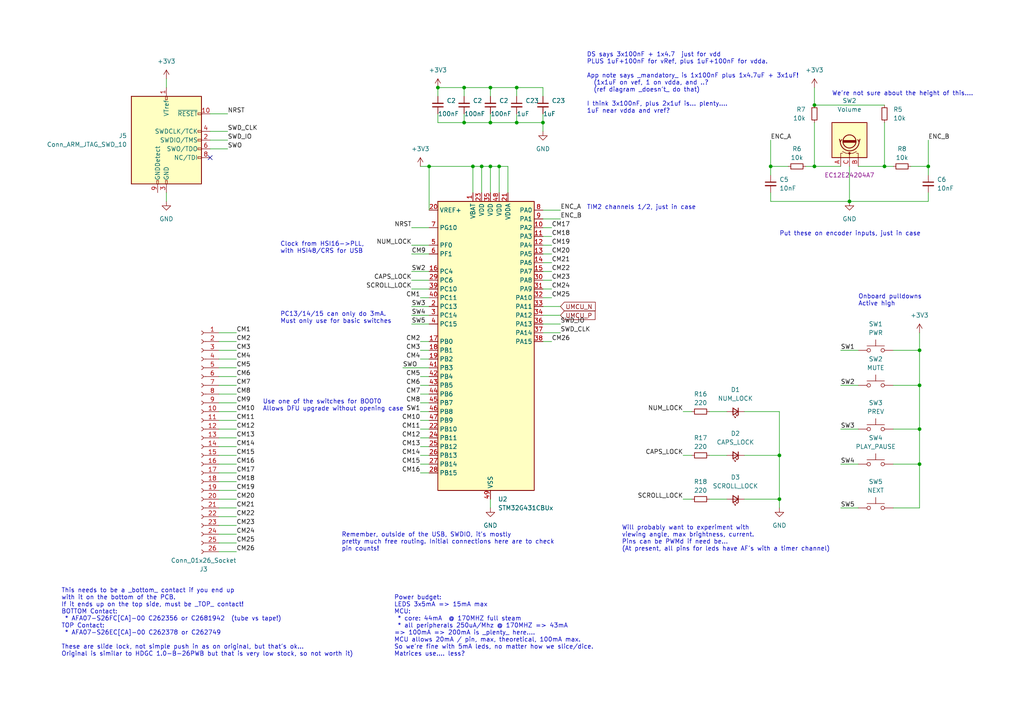
<source format=kicad_sch>
(kicad_sch (version 20230121) (generator eeschema)
  (paper "A4")
  (lib_symbols
    (symbol "Connector:Conn_01x26_Socket" (pin_names (offset 1.016) hide)
      (property "Reference" "J" (at 0 33.02 0))
      (property "Value" "Conn_01x26_Socket" (at 0 -35.56 0))
      (symbol "Conn_01x26_Socket_1_1"
        (arc (start 0 -32.512) (mid -0.5058 -33.02) (end 0 -33.528) (stroke (width 0.1524)))
        (arc (start 0 -29.972) (mid -0.5058 -30.48) (end 0 -30.988) (stroke (width 0.1524)))
        (arc (start 0 -27.432) (mid -0.5058 -27.94) (end 0 -28.448) (stroke (width 0.1524)))
        (arc (start 0 -24.892) (mid -0.5058 -25.4) (end 0 -25.908) (stroke (width 0.1524)))
        (arc (start 0 -22.352) (mid -0.5058 -22.86) (end 0 -23.368) (stroke (width 0.1524)))
        (arc (start 0 -19.812) (mid -0.5058 -20.32) (end 0 -20.828) (stroke (width 0.1524)))
        (arc (start 0 -17.272) (mid -0.5058 -17.78) (end 0 -18.288) (stroke (width 0.1524)))
        (arc (start 0 -14.732) (mid -0.5058 -15.24) (end 0 -15.748) (stroke (width 0.1524)))
        (arc (start 0 -12.192) (mid -0.5058 -12.7) (end 0 -13.208) (stroke (width 0.1524)))
        (arc (start 0 -9.652) (mid -0.5058 -10.16) (end 0 -10.668) (stroke (width 0.1524)))
        (arc (start 0 -7.112) (mid -0.5058 -7.62) (end 0 -8.128) (stroke (width 0.1524)))
        (arc (start 0 -4.572) (mid -0.5058 -5.08) (end 0 -5.588) (stroke (width 0.1524)))
        (arc (start 0 -2.032) (mid -0.5058 -2.54) (end 0 -3.048) (stroke (width 0.1524)))
        (polyline (pts (xy -1.27 -33.02) (xy -0.508 -33.02)) (stroke (width 0.1524)))
        (polyline (pts (xy -1.27 -30.48) (xy -0.508 -30.48)) (stroke (width 0.1524)))
        (polyline (pts (xy -1.27 -27.94) (xy -0.508 -27.94)) (stroke (width 0.1524)))
        (polyline (pts (xy -1.27 -25.4) (xy -0.508 -25.4)) (stroke (width 0.1524)))
        (polyline (pts (xy -1.27 -22.86) (xy -0.508 -22.86)) (stroke (width 0.1524)))
        (polyline (pts (xy -1.27 -20.32) (xy -0.508 -20.32)) (stroke (width 0.1524)))
        (polyline (pts (xy -1.27 -17.78) (xy -0.508 -17.78)) (stroke (width 0.1524)))
        (polyline (pts (xy -1.27 -15.24) (xy -0.508 -15.24)) (stroke (width 0.1524)))
        (polyline (pts (xy -1.27 -12.7) (xy -0.508 -12.7)) (stroke (width 0.1524)))
        (polyline (pts (xy -1.27 -10.16) (xy -0.508 -10.16)) (stroke (width 0.1524)))
        (polyline (pts (xy -1.27 -7.62) (xy -0.508 -7.62)) (stroke (width 0.1524)))
        (polyline (pts (xy -1.27 -5.08) (xy -0.508 -5.08)) (stroke (width 0.1524)))
        (polyline (pts (xy -1.27 -2.54) (xy -0.508 -2.54)) (stroke (width 0.1524)))
        (polyline (pts (xy -1.27 0) (xy -0.508 0)) (stroke (width 0.1524)))
        (polyline (pts (xy -1.27 2.54) (xy -0.508 2.54)) (stroke (width 0.1524)))
        (polyline (pts (xy -1.27 5.08) (xy -0.508 5.08)) (stroke (width 0.1524)))
        (polyline (pts (xy -1.27 7.62) (xy -0.508 7.62)) (stroke (width 0.1524)))
        (polyline (pts (xy -1.27 10.16) (xy -0.508 10.16)) (stroke (width 0.1524)))
        (polyline (pts (xy -1.27 12.7) (xy -0.508 12.7)) (stroke (width 0.1524)))
        (polyline (pts (xy -1.27 15.24) (xy -0.508 15.24)) (stroke (width 0.1524)))
        (polyline (pts (xy -1.27 17.78) (xy -0.508 17.78)) (stroke (width 0.1524)))
        (polyline (pts (xy -1.27 20.32) (xy -0.508 20.32)) (stroke (width 0.1524)))
        (polyline (pts (xy -1.27 22.86) (xy -0.508 22.86)) (stroke (width 0.1524)))
        (polyline (pts (xy -1.27 25.4) (xy -0.508 25.4)) (stroke (width 0.1524)))
        (polyline (pts (xy -1.27 27.94) (xy -0.508 27.94)) (stroke (width 0.1524)))
        (polyline (pts (xy -1.27 30.48) (xy -0.508 30.48)) (stroke (width 0.1524)))
        (arc (start 0 0.508) (mid -0.5058 0) (end 0 -0.508) (stroke (width 0.1524)))
        (arc (start 0 3.048) (mid -0.5058 2.54) (end 0 2.032) (stroke (width 0.1524)))
        (arc (start 0 5.588) (mid -0.5058 5.08) (end 0 4.572) (stroke (width 0.1524)))
        (arc (start 0 8.128) (mid -0.5058 7.62) (end 0 7.112) (stroke (width 0.1524)))
        (arc (start 0 10.668) (mid -0.5058 10.16) (end 0 9.652) (stroke (width 0.1524)))
        (arc (start 0 13.208) (mid -0.5058 12.7) (end 0 12.192) (stroke (width 0.1524)))
        (arc (start 0 15.748) (mid -0.5058 15.24) (end 0 14.732) (stroke (width 0.1524)))
        (arc (start 0 18.288) (mid -0.5058 17.78) (end 0 17.272) (stroke (width 0.1524)))
        (arc (start 0 20.828) (mid -0.5058 20.32) (end 0 19.812) (stroke (width 0.1524)))
        (arc (start 0 23.368) (mid -0.5058 22.86) (end 0 22.352) (stroke (width 0.1524)))
        (arc (start 0 25.908) (mid -0.5058 25.4) (end 0 24.892) (stroke (width 0.1524)))
        (arc (start 0 28.448) (mid -0.5058 27.94) (end 0 27.432) (stroke (width 0.1524)))
        (arc (start 0 30.988) (mid -0.5058 30.48) (end 0 29.972) (stroke (width 0.1524)))
        (pin passive line (at -5.08 30.48 0) (length 3.81) (name "Pin_1") (number "1"))
        (pin passive line (at -5.08 7.62 0) (length 3.81) (name "Pin_10") (number "10"))
        (pin passive line (at -5.08 5.08 0) (length 3.81) (name "Pin_11") (number "11"))
        (pin passive line (at -5.08 2.54 0) (length 3.81) (name "Pin_12") (number "12"))
        (pin passive line (at -5.08 0 0) (length 3.81) (name "Pin_13") (number "13"))
        (pin passive line (at -5.08 -2.54 0) (length 3.81) (name "Pin_14") (number "14"))
        (pin passive line (at -5.08 -5.08 0) (length 3.81) (name "Pin_15") (number "15"))
        (pin passive line (at -5.08 -7.62 0) (length 3.81) (name "Pin_16") (number "16"))
        (pin passive line (at -5.08 -10.16 0) (length 3.81) (name "Pin_17") (number "17"))
        (pin passive line (at -5.08 -12.7 0) (length 3.81) (name "Pin_18") (number "18"))
        (pin passive line (at -5.08 -15.24 0) (length 3.81) (name "Pin_19") (number "19"))
        (pin passive line (at -5.08 27.94 0) (length 3.81) (name "Pin_2") (number "2"))
        (pin passive line (at -5.08 -17.78 0) (length 3.81) (name "Pin_20") (number "20"))
        (pin passive line (at -5.08 -20.32 0) (length 3.81) (name "Pin_21") (number "21"))
        (pin passive line (at -5.08 -22.86 0) (length 3.81) (name "Pin_22") (number "22"))
        (pin passive line (at -5.08 -25.4 0) (length 3.81) (name "Pin_23") (number "23"))
        (pin passive line (at -5.08 -27.94 0) (length 3.81) (name "Pin_24") (number "24"))
        (pin passive line (at -5.08 -30.48 0) (length 3.81) (name "Pin_25") (number "25"))
        (pin passive line (at -5.08 -33.02 0) (length 3.81) (name "Pin_26") (number "26"))
        (pin passive line (at -5.08 25.4 0) (length 3.81) (name "Pin_3") (number "3"))
        (pin passive line (at -5.08 22.86 0) (length 3.81) (name "Pin_4") (number "4"))
        (pin passive line (at -5.08 20.32 0) (length 3.81) (name "Pin_5") (number "5"))
        (pin passive line (at -5.08 17.78 0) (length 3.81) (name "Pin_6") (number "6"))
        (pin passive line (at -5.08 15.24 0) (length 3.81) (name "Pin_7") (number "7"))
        (pin passive line (at -5.08 12.7 0) (length 3.81) (name "Pin_8") (number "8"))
        (pin passive line (at -5.08 10.16 0) (length 3.81) (name "Pin_9") (number "9"))
      )
    )
    (symbol "Connector:Conn_ARM_JTAG_SWD_10" (pin_names (offset 1.016))
      (property "Reference" "J" (at -2.54 16.51 0))
      (property "Value" "Conn_ARM_JTAG_SWD_10" (at -2.54 13.97 0))
      (symbol "Conn_ARM_JTAG_SWD_10_0_1"
        (rectangle (start -10.16 12.7) (end 10.16 -12.7) (stroke (width 0.254)) (fill (type background)))
        (rectangle (start -2.794 -12.7) (end -2.286 -11.684))
        (rectangle (start -0.254 -12.7) (end 0.254 -11.684))
        (rectangle (start -0.254 12.7) (end 0.254 11.684))
        (rectangle (start 9.144 2.286) (end 10.16 2.794))
        (rectangle (start 10.16 -2.794) (end 9.144 -2.286))
        (rectangle (start 10.16 -0.254) (end 9.144 0.254))
        (rectangle (start 10.16 7.874) (end 9.144 7.366))
      )
      (symbol "Conn_ARM_JTAG_SWD_10_1_1"
        (rectangle (start 9.144 -5.334) (end 10.16 -4.826))
        (pin power_in line (at 0 15.24 270) (length 2.54) (name "VTref") (number "1"))
        (pin open_collector line (at 12.7 7.62 180) (length 2.54) (name "~{RESET}") (number "10"))
        (pin bidirectional line (at 12.7 0 180) (length 2.54) (name "SWDIO/TMS") (number "2"))
        (pin power_in line (at 0 -15.24 90) (length 2.54) (name "GND") (number "3"))
        (pin output line (at 12.7 2.54 180) (length 2.54) (name "SWDCLK/TCK") (number "4"))
        (pin passive line (at 0 -15.24 90) (length 2.54) hide (name "GND") (number "5"))
        (pin input line (at 12.7 -2.54 180) (length 2.54) (name "SWO/TDO") (number "6"))
        (pin no_connect line (at -10.16 0 0) (length 2.54) hide (name "KEY") (number "7"))
        (pin output line (at 12.7 -5.08 180) (length 2.54) (name "NC/TDI") (number "8"))
        (pin passive line (at -2.54 -15.24 90) (length 2.54) (name "GNDDetect") (number "9"))
      )
    )
    (symbol "Device:C_Small" (pin_numbers hide) (pin_names (offset 0.254) hide)
      (property "Reference" "C" (at 0.254 1.778 0))
      (property "Value" "C_Small" (at 0.254 -2.032 0))
      (symbol "C_Small_0_1"
        (polyline (pts (xy -1.524 -0.508) (xy 1.524 -0.508)) (stroke (width 0.3302)))
        (polyline (pts (xy -1.524 0.508) (xy 1.524 0.508)) (stroke (width 0.3048)))
      )
      (symbol "C_Small_1_1"
        (pin passive line (at 0 2.54 270) (length 2.032) (name "~") (number "1"))
        (pin passive line (at 0 -2.54 90) (length 2.032) (name "~") (number "2"))
      )
    )
    (symbol "Device:LED_Small" (pin_numbers hide) (pin_names (offset 0.254) hide)
      (property "Reference" "D" (at -1.27 3.175 0))
      (property "Value" "LED_Small" (at -4.445 -2.54 0))
      (symbol "LED_Small_0_1"
        (polyline (pts (xy -0.762 -1.016) (xy -0.762 1.016)) (stroke (width 0.254)))
        (polyline (pts (xy 1.016 0) (xy -0.762 0)))
        (polyline (pts (xy 0.762 -1.016) (xy -0.762 0) (xy 0.762 1.016) (xy 0.762 -1.016)) (stroke (width 0.254)))
        (polyline (pts (xy 0 0.762) (xy -0.508 1.27) (xy -0.254 1.27) (xy -0.508 1.27) (xy -0.508 1.016)))
        (polyline (pts (xy 0.508 1.27) (xy 0 1.778) (xy 0.254 1.778) (xy 0 1.778) (xy 0 1.524)))
      )
      (symbol "LED_Small_1_1"
        (pin passive line (at -2.54 0 0) (length 1.778) (name "K") (number "1"))
        (pin passive line (at 2.54 0 180) (length 1.778) (name "A") (number "2"))
      )
    )
    (symbol "Device:R_Small" (pin_numbers hide) (pin_names (offset 0.254) hide)
      (property "Reference" "R" (at 0.762 0.508 0))
      (property "Value" "R_Small" (at 0.762 -1.016 0))
      (symbol "R_Small_0_1"
        (rectangle (start -0.762 1.778) (end 0.762 -1.778) (stroke (width 0.2032)))
      )
      (symbol "R_Small_1_1"
        (pin passive line (at 0 2.54 270) (length 0.762) (name "~") (number "1"))
        (pin passive line (at 0 -2.54 90) (length 0.762) (name "~") (number "2"))
      )
    )
    (symbol "Device:RotaryEncoder" (pin_names (offset 0.254) hide)
      (property "Reference" "SW" (at 0 6.604 0))
      (property "Value" "RotaryEncoder" (at 0 -6.604 0))
      (symbol "RotaryEncoder_0_1"
        (rectangle (start -5.08 5.08) (end 5.08 -5.08) (stroke (width 0.254)) (fill (type background)))
        (circle (center -3.81 0) (radius 0.254) (fill (type outline)))
        (circle (center -0.381 0) (radius 1.905) (stroke (width 0.254)))
        (arc (start -0.381 2.667) (mid -3.0988 -0.0635) (end -0.381 -2.794) (stroke (width 0.254)))
        (polyline (pts (xy -0.635 -1.778) (xy -0.635 1.778)) (stroke (width 0.254)))
        (polyline (pts (xy -0.381 -1.778) (xy -0.381 1.778)) (stroke (width 0.254)))
        (polyline (pts (xy -0.127 1.778) (xy -0.127 -1.778)) (stroke (width 0.254)))
        (polyline (pts (xy -5.08 -2.54) (xy -3.81 -2.54) (xy -3.81 -2.032)))
        (polyline (pts (xy -5.08 2.54) (xy -3.81 2.54) (xy -3.81 2.032)))
        (polyline (pts (xy 0.254 -3.048) (xy -0.508 -2.794) (xy 0.127 -2.413)) (stroke (width 0.254)))
        (polyline (pts (xy 0.254 2.921) (xy -0.508 2.667) (xy 0.127 2.286)) (stroke (width 0.254)))
        (polyline (pts (xy -5.08 0) (xy -3.81 0) (xy -3.81 -1.016) (xy -3.302 -2.032)))
        (polyline (pts (xy -4.318 0) (xy -3.81 0) (xy -3.81 1.016) (xy -3.302 2.032)))
      )
      (symbol "RotaryEncoder_1_1"
        (pin passive line (at -7.62 2.54 0) (length 2.54) (name "A") (number "A"))
        (pin passive line (at -7.62 -2.54 0) (length 2.54) (name "B") (number "B"))
        (pin passive line (at -7.62 0 0) (length 2.54) (name "C") (number "C"))
      )
    )
    (symbol "MCU_ST_STM32G4:STM32G431CBUx"
      (property "Reference" "U" (at -12.7 44.45 0))
      (property "Value" "STM32G431CBUx" (at 10.16 44.45 0))
      (symbol "STM32G431CBUx_0_1"
        (rectangle (start -12.7 -40.64) (end 15.24 43.18) (stroke (width 0.254)) (fill (type background)))
      )
      (symbol "STM32G431CBUx_1_1"
        (pin power_in line (at -2.54 45.72 270) (length 2.54) (name "VBAT") (number "1"))
        (pin bidirectional line (at 17.78 35.56 180) (length 2.54) (name "PA2") (number "10"))
        (pin bidirectional line (at 17.78 33.02 180) (length 2.54) (name "PA3") (number "11"))
        (pin bidirectional line (at 17.78 30.48 180) (length 2.54) (name "PA4") (number "12"))
        (pin bidirectional line (at 17.78 27.94 180) (length 2.54) (name "PA5") (number "13"))
        (pin bidirectional line (at 17.78 25.4 180) (length 2.54) (name "PA6") (number "14"))
        (pin bidirectional line (at 17.78 22.86 180) (length 2.54) (name "PA7") (number "15"))
        (pin bidirectional line (at -15.24 22.86 0) (length 2.54) (name "PC4") (number "16"))
        (pin bidirectional line (at -15.24 2.54 0) (length 2.54) (name "PB0") (number "17"))
        (pin bidirectional line (at -15.24 0 0) (length 2.54) (name "PB1") (number "18"))
        (pin bidirectional line (at -15.24 -2.54 0) (length 2.54) (name "PB2") (number "19"))
        (pin bidirectional line (at -15.24 12.7 0) (length 2.54) (name "PC13") (number "2"))
        (pin input line (at -15.24 40.64 0) (length 2.54) (name "VREF+") (number "20"))
        (pin power_in line (at 7.62 45.72 270) (length 2.54) (name "VDDA") (number "21"))
        (pin bidirectional line (at -15.24 -22.86 0) (length 2.54) (name "PB10") (number "22"))
        (pin power_in line (at 0 45.72 270) (length 2.54) (name "VDD") (number "23"))
        (pin bidirectional line (at -15.24 -25.4 0) (length 2.54) (name "PB11") (number "24"))
        (pin bidirectional line (at -15.24 -27.94 0) (length 2.54) (name "PB12") (number "25"))
        (pin bidirectional line (at -15.24 -30.48 0) (length 2.54) (name "PB13") (number "26"))
        (pin bidirectional line (at -15.24 -33.02 0) (length 2.54) (name "PB14") (number "27"))
        (pin bidirectional line (at -15.24 -35.56 0) (length 2.54) (name "PB15") (number "28"))
        (pin bidirectional line (at -15.24 20.32 0) (length 2.54) (name "PC6") (number "29"))
        (pin bidirectional line (at -15.24 10.16 0) (length 2.54) (name "PC14") (number "3"))
        (pin bidirectional line (at 17.78 20.32 180) (length 2.54) (name "PA8") (number "30"))
        (pin bidirectional line (at 17.78 17.78 180) (length 2.54) (name "PA9") (number "31"))
        (pin bidirectional line (at 17.78 15.24 180) (length 2.54) (name "PA10") (number "32"))
        (pin bidirectional line (at 17.78 12.7 180) (length 2.54) (name "PA11") (number "33"))
        (pin bidirectional line (at 17.78 10.16 180) (length 2.54) (name "PA12") (number "34"))
        (pin power_in line (at 2.54 45.72 270) (length 2.54) (name "VDD") (number "35"))
        (pin bidirectional line (at 17.78 7.62 180) (length 2.54) (name "PA13") (number "36"))
        (pin bidirectional line (at 17.78 5.08 180) (length 2.54) (name "PA14") (number "37"))
        (pin bidirectional line (at 17.78 2.54 180) (length 2.54) (name "PA15") (number "38"))
        (pin bidirectional line (at -15.24 17.78 0) (length 2.54) (name "PC10") (number "39"))
        (pin bidirectional line (at -15.24 7.62 0) (length 2.54) (name "PC15") (number "4"))
        (pin bidirectional line (at -15.24 15.24 0) (length 2.54) (name "PC11") (number "40"))
        (pin bidirectional line (at -15.24 -5.08 0) (length 2.54) (name "PB3") (number "41"))
        (pin bidirectional line (at -15.24 -7.62 0) (length 2.54) (name "PB4") (number "42"))
        (pin bidirectional line (at -15.24 -10.16 0) (length 2.54) (name "PB5") (number "43"))
        (pin bidirectional line (at -15.24 -12.7 0) (length 2.54) (name "PB6") (number "44"))
        (pin bidirectional line (at -15.24 -15.24 0) (length 2.54) (name "PB7") (number "45"))
        (pin bidirectional line (at -15.24 -17.78 0) (length 2.54) (name "PB8") (number "46"))
        (pin bidirectional line (at -15.24 -20.32 0) (length 2.54) (name "PB9") (number "47"))
        (pin power_in line (at 5.08 45.72 270) (length 2.54) (name "VDD") (number "48"))
        (pin power_in line (at 2.54 -43.18 90) (length 2.54) (name "VSS") (number "49"))
        (pin bidirectional line (at -15.24 30.48 0) (length 2.54) (name "PF0") (number "5"))
        (pin bidirectional line (at -15.24 27.94 0) (length 2.54) (name "PF1") (number "6"))
        (pin bidirectional line (at -15.24 35.56 0) (length 2.54) (name "PG10") (number "7"))
        (pin bidirectional line (at 17.78 40.64 180) (length 2.54) (name "PA0") (number "8"))
        (pin bidirectional line (at 17.78 38.1 180) (length 2.54) (name "PA1") (number "9"))
      )
    )
    (symbol "Switch:SW_Push" (pin_numbers hide) (pin_names (offset 1.016) hide)
      (property "Reference" "SW" (at 1.27 2.54 0))
      (property "Value" "SW_Push" (at 0 -1.524 0))
      (symbol "SW_Push_0_1"
        (circle (center -2.032 0) (radius 0.508))
        (polyline (pts (xy 0 1.27) (xy 0 3.048)))
        (polyline (pts (xy 2.54 1.27) (xy -2.54 1.27)))
        (circle (center 2.032 0) (radius 0.508))
        (pin passive line (at -5.08 0 0) (length 2.54) (name "1") (number "1"))
        (pin passive line (at 5.08 0 180) (length 2.54) (name "2") (number "2"))
      )
    )
    (symbol "power:+3V3" (power) (pin_names (offset 0))
      (property "Value" "+3V3" (at 0 3.556 0))
      (symbol "+3V3_0_1"
        (polyline (pts (xy -0.762 1.27) (xy 0 2.54)))
        (polyline (pts (xy 0 0) (xy 0 2.54)))
        (polyline (pts (xy 0 2.54) (xy 0.762 1.27)))
      )
      (symbol "+3V3_1_1"
        (pin power_in line (at 0 0 90) (length 0) hide (name "+3V3") (number "1"))
      )
    )
    (symbol "power:GND" (power) (pin_names (offset 0))
      (property "Value" "GND" (at 0 -3.81 0))
      (symbol "GND_0_1"
        (polyline (pts (xy 0 0) (xy 0 -1.27) (xy 1.27 -1.27) (xy 0 -2.54) (xy -1.27 -1.27) (xy 0 -1.27)))
      )
      (symbol "GND_1_1"
        (pin power_in line (at 0 0 270) (length 0) hide (name "GND") (number "1"))
      )
    )
  )
  (junction (at 134.62 35.56))
  (junction (at 142.24 25.4))
  (junction (at 139.7 48.26))
  (junction (at 269.24 48.26))
  (junction (at 149.86 35.56))
  (junction (at 142.24 35.56))
  (junction (at 266.7 124.46))
  (junction (at 266.7 134.62))
  (junction (at 266.7 111.76))
  (junction (at 134.62 25.4))
  (junction (at 142.24 48.26))
  (junction (at 256.54 48.26))
  (junction (at 226.06 144.78))
  (junction (at 236.22 30.48))
  (junction (at 236.22 48.26))
  (junction (at 157.48 35.56))
  (junction (at 137.16 48.26))
  (junction (at 226.06 132.08))
  (junction (at 223.52 48.26))
  (junction (at 149.86 25.4))
  (junction (at 144.78 48.26))
  (junction (at 246.38 58.42))
  (junction (at 124.46 48.26))
  (junction (at 266.7 101.6))
  (junction (at 127 25.4))
  (no_connect (at 60.96 45.72))
  (wire (pts (xy 68.58 106.68) (xy 63.5 106.68)))
  (wire (pts (xy 68.58 154.94) (xy 63.5 154.94)))
  (wire (pts (xy 68.58 101.6) (xy 63.5 101.6)))
  (wire (pts (xy 266.7 134.62) (xy 266.7 147.32)))
  (wire (pts (xy 243.84 101.6) (xy 248.92 101.6)))
  (wire (pts (xy 127 27.94) (xy 127 25.4)))
  (wire (pts (xy 119.38 71.12) (xy 124.46 71.12)))
  (wire (pts (xy 147.32 48.26) (xy 144.78 48.26)))
  (wire (pts (xy 68.58 99.06) (xy 63.5 99.06)))
  (wire (pts (xy 157.48 60.96) (xy 162.56 60.96)))
  (wire (pts (xy 139.7 48.26) (xy 137.16 48.26)))
  (wire (pts (xy 68.58 111.76) (xy 63.5 111.76)))
  (wire (pts (xy 269.24 58.42) (xy 246.38 58.42)))
  (wire (pts (xy 48.26 22.86) (xy 48.26 25.4)))
  (wire (pts (xy 223.52 40.64) (xy 223.52 48.26)))
  (wire (pts (xy 134.62 35.56) (xy 142.24 35.56)))
  (wire (pts (xy 157.48 63.5) (xy 162.56 63.5)))
  (wire (pts (xy 142.24 48.26) (xy 142.24 55.88)))
  (wire (pts (xy 160.02 86.36) (xy 157.48 86.36)))
  (wire (pts (xy 243.84 147.32) (xy 248.92 147.32)))
  (wire (pts (xy 121.92 114.3) (xy 124.46 114.3)))
  (wire (pts (xy 266.7 96.52) (xy 266.7 101.6)))
  (wire (pts (xy 205.74 132.08) (xy 210.82 132.08)))
  (wire (pts (xy 160.02 68.58) (xy 157.48 68.58)))
  (wire (pts (xy 68.58 137.16) (xy 63.5 137.16)))
  (wire (pts (xy 236.22 35.56) (xy 236.22 48.26)))
  (wire (pts (xy 119.38 91.44) (xy 124.46 91.44)))
  (wire (pts (xy 121.92 132.08) (xy 124.46 132.08)))
  (wire (pts (xy 198.12 119.38) (xy 200.66 119.38)))
  (wire (pts (xy 264.16 48.26) (xy 269.24 48.26)))
  (wire (pts (xy 160.02 78.74) (xy 157.48 78.74)))
  (wire (pts (xy 157.48 91.44) (xy 162.56 91.44)))
  (wire (pts (xy 149.86 35.56) (xy 157.48 35.56)))
  (wire (pts (xy 68.58 149.86) (xy 63.5 149.86)))
  (wire (pts (xy 223.52 48.26) (xy 223.52 50.8)))
  (wire (pts (xy 223.52 55.88) (xy 223.52 58.42)))
  (wire (pts (xy 134.62 25.4) (xy 142.24 25.4)))
  (wire (pts (xy 68.58 116.84) (xy 63.5 116.84)))
  (wire (pts (xy 121.92 137.16) (xy 124.46 137.16)))
  (wire (pts (xy 68.58 139.7) (xy 63.5 139.7)))
  (wire (pts (xy 139.7 48.26) (xy 139.7 55.88)))
  (wire (pts (xy 121.92 109.22) (xy 124.46 109.22)))
  (wire (pts (xy 259.08 147.32) (xy 266.7 147.32)))
  (wire (pts (xy 68.58 152.4) (xy 63.5 152.4)))
  (wire (pts (xy 119.38 66.04) (xy 124.46 66.04)))
  (wire (pts (xy 160.02 66.04) (xy 157.48 66.04)))
  (wire (pts (xy 160.02 73.66) (xy 157.48 73.66)))
  (wire (pts (xy 121.92 116.84) (xy 124.46 116.84)))
  (wire (pts (xy 236.22 25.4) (xy 236.22 30.48)))
  (wire (pts (xy 157.48 88.9) (xy 162.56 88.9)))
  (wire (pts (xy 116.84 106.68) (xy 124.46 106.68)))
  (wire (pts (xy 68.58 127) (xy 63.5 127)))
  (wire (pts (xy 243.84 134.62) (xy 248.92 134.62)))
  (wire (pts (xy 269.24 55.88) (xy 269.24 58.42)))
  (wire (pts (xy 68.58 142.24) (xy 63.5 142.24)))
  (wire (pts (xy 142.24 33.02) (xy 142.24 35.56)))
  (wire (pts (xy 66.04 43.18) (xy 60.96 43.18)))
  (wire (pts (xy 68.58 134.62) (xy 63.5 134.62)))
  (wire (pts (xy 137.16 48.26) (xy 124.46 48.26)))
  (wire (pts (xy 68.58 109.22) (xy 63.5 109.22)))
  (wire (pts (xy 119.38 88.9) (xy 124.46 88.9)))
  (wire (pts (xy 134.62 27.94) (xy 134.62 25.4)))
  (wire (pts (xy 119.38 93.98) (xy 124.46 93.98)))
  (wire (pts (xy 215.9 119.38) (xy 226.06 119.38)))
  (wire (pts (xy 124.46 48.26) (xy 121.92 48.26)))
  (wire (pts (xy 68.58 121.92) (xy 63.5 121.92)))
  (wire (pts (xy 68.58 104.14) (xy 63.5 104.14)))
  (wire (pts (xy 119.38 81.28) (xy 124.46 81.28)))
  (wire (pts (xy 149.86 33.02) (xy 149.86 35.56)))
  (wire (pts (xy 121.92 129.54) (xy 124.46 129.54)))
  (wire (pts (xy 68.58 119.38) (xy 63.5 119.38)))
  (wire (pts (xy 142.24 27.94) (xy 142.24 25.4)))
  (wire (pts (xy 68.58 147.32) (xy 63.5 147.32)))
  (wire (pts (xy 246.38 48.26) (xy 246.38 58.42)))
  (wire (pts (xy 68.58 160.02) (xy 63.5 160.02)))
  (wire (pts (xy 121.92 124.46) (xy 124.46 124.46)))
  (wire (pts (xy 266.7 124.46) (xy 266.7 134.62)))
  (wire (pts (xy 142.24 35.56) (xy 149.86 35.56)))
  (wire (pts (xy 137.16 48.26) (xy 137.16 55.88)))
  (wire (pts (xy 259.08 134.62) (xy 266.7 134.62)))
  (wire (pts (xy 226.06 144.78) (xy 226.06 147.32)))
  (wire (pts (xy 144.78 48.26) (xy 144.78 55.88)))
  (wire (pts (xy 259.08 101.6) (xy 266.7 101.6)))
  (wire (pts (xy 149.86 25.4) (xy 157.48 25.4)))
  (wire (pts (xy 121.92 127) (xy 124.46 127)))
  (wire (pts (xy 223.52 58.42) (xy 246.38 58.42)))
  (wire (pts (xy 68.58 157.48) (xy 63.5 157.48)))
  (wire (pts (xy 68.58 114.3) (xy 63.5 114.3)))
  (wire (pts (xy 157.48 93.98) (xy 162.56 93.98)))
  (wire (pts (xy 160.02 76.2) (xy 157.48 76.2)))
  (wire (pts (xy 198.12 132.08) (xy 200.66 132.08)))
  (wire (pts (xy 157.48 33.02) (xy 157.48 35.56)))
  (wire (pts (xy 215.9 144.78) (xy 226.06 144.78)))
  (wire (pts (xy 256.54 35.56) (xy 256.54 48.26)))
  (wire (pts (xy 48.26 55.88) (xy 48.26 58.42)))
  (wire (pts (xy 160.02 83.82) (xy 157.48 83.82)))
  (wire (pts (xy 269.24 40.64) (xy 269.24 48.26)))
  (wire (pts (xy 226.06 132.08) (xy 226.06 144.78)))
  (wire (pts (xy 160.02 81.28) (xy 157.48 81.28)))
  (wire (pts (xy 121.92 86.36) (xy 124.46 86.36)))
  (wire (pts (xy 236.22 48.26) (xy 243.84 48.26)))
  (wire (pts (xy 68.58 124.46) (xy 63.5 124.46)))
  (wire (pts (xy 160.02 71.12) (xy 157.48 71.12)))
  (wire (pts (xy 215.9 132.08) (xy 226.06 132.08)))
  (wire (pts (xy 142.24 48.26) (xy 139.7 48.26)))
  (wire (pts (xy 147.32 55.88) (xy 147.32 48.26)))
  (wire (pts (xy 243.84 111.76) (xy 248.92 111.76)))
  (wire (pts (xy 233.68 48.26) (xy 236.22 48.26)))
  (wire (pts (xy 121.92 101.6) (xy 124.46 101.6)))
  (wire (pts (xy 269.24 48.26) (xy 269.24 50.8)))
  (wire (pts (xy 60.96 33.02) (xy 66.04 33.02)))
  (wire (pts (xy 157.48 96.52) (xy 162.56 96.52)))
  (wire (pts (xy 68.58 96.52) (xy 63.5 96.52)))
  (wire (pts (xy 266.7 111.76) (xy 266.7 124.46)))
  (wire (pts (xy 121.92 121.92) (xy 124.46 121.92)))
  (wire (pts (xy 259.08 124.46) (xy 266.7 124.46)))
  (wire (pts (xy 68.58 132.08) (xy 63.5 132.08)))
  (wire (pts (xy 157.48 35.56) (xy 157.48 38.1)))
  (wire (pts (xy 119.38 73.66) (xy 124.46 73.66)))
  (wire (pts (xy 259.08 111.76) (xy 266.7 111.76)))
  (wire (pts (xy 124.46 48.26) (xy 124.46 60.96)))
  (wire (pts (xy 127 33.02) (xy 127 35.56)))
  (wire (pts (xy 149.86 27.94) (xy 149.86 25.4)))
  (wire (pts (xy 66.04 40.64) (xy 60.96 40.64)))
  (wire (pts (xy 121.92 99.06) (xy 124.46 99.06)))
  (wire (pts (xy 134.62 33.02) (xy 134.62 35.56)))
  (wire (pts (xy 198.12 144.78) (xy 200.66 144.78)))
  (wire (pts (xy 236.22 30.48) (xy 256.54 30.48)))
  (wire (pts (xy 119.38 78.74) (xy 124.46 78.74)))
  (wire (pts (xy 121.92 104.14) (xy 124.46 104.14)))
  (wire (pts (xy 121.92 111.76) (xy 124.46 111.76)))
  (wire (pts (xy 119.38 83.82) (xy 124.46 83.82)))
  (wire (pts (xy 228.6 48.26) (xy 223.52 48.26)))
  (wire (pts (xy 68.58 129.54) (xy 63.5 129.54)))
  (wire (pts (xy 160.02 99.06) (xy 157.48 99.06)))
  (wire (pts (xy 121.92 134.62) (xy 124.46 134.62)))
  (wire (pts (xy 157.48 27.94) (xy 157.48 25.4)))
  (wire (pts (xy 226.06 119.38) (xy 226.06 132.08)))
  (wire (pts (xy 142.24 144.78) (xy 142.24 147.32)))
  (wire (pts (xy 68.58 144.78) (xy 63.5 144.78)))
  (wire (pts (xy 205.74 144.78) (xy 210.82 144.78)))
  (wire (pts (xy 248.92 48.26) (xy 256.54 48.26)))
  (wire (pts (xy 121.92 119.38) (xy 124.46 119.38)))
  (wire (pts (xy 66.04 38.1) (xy 60.96 38.1)))
  (wire (pts (xy 142.24 25.4) (xy 149.86 25.4)))
  (wire (pts (xy 127 35.56) (xy 134.62 35.56)))
  (wire (pts (xy 127 25.4) (xy 134.62 25.4)))
  (wire (pts (xy 256.54 48.26) (xy 259.08 48.26)))
  (wire (pts (xy 205.74 119.38) (xy 210.82 119.38)))
  (wire (pts (xy 243.84 124.46) (xy 248.92 124.46)))
  (wire (pts (xy 266.7 101.6) (xy 266.7 111.76)))
  (wire (pts (xy 144.78 48.26) (xy 142.24 48.26)))
  (text "This needs to be a _bottom_ contact if you end up\nwith it on the bottom of the PCB.\nIf it ends up on the top side, must be _TOP_ contact!\nBOTTOM Contact:\n * AFA07-S26FC[CA]-00 C262356 or C2681942  (tube vs tape!)\nTOP Contact:\n * AFA07-S26EC[CA]-00 C262378 or C262749\n\nThese are slide lock, not simple push in as on original, but that's ok...\nOriginal is similar to HDGC 1.0-B-26PWB but that is very low stock, so not worth it)" (at 17.78 190.5 0) (effects (font (size 1.27 1.27)) (justify left bottom)))
  (text "Power budget:\nLEDS 3x5mA => 15mA max\nMCU:\n * core: 44mA  @ 170MHZ full steam\n * all peripherals 250uA/Mhz @ 170MHZ => 43mA\n=> 100mA => 200mA is _plenty_ here....\nMCU allows 20mA / pin, max, theoretical, 100mA max.\nSo we're fine with 5mA leds, no matter how we slice/dice.\nMatrices use.... less?" (at 114.3 190.5 0) (effects (font (size 1.27 1.27)) (justify left bottom)))
  (text "Use one of the switches for BOOT0\nAllows DFU upgrade without opening case" (at 76.2 119.38 0) (effects (font (size 1.27 1.27)) (justify left bottom)))
  (text "Will probably want to experiment with\nviewing angle, max brightness, current.\nPins can be PWMd if need be...\n(At present, all pins for leds have AF's with a timer channel)" (at 180.34 160.02 0) (effects (font (size 1.27 1.27)) (justify left bottom)))
  (text "DS says 3x100nF + 1x4.7  just for vdd\nPLUS 1uF+100nF for vRef, plus 1uF+100nF for vdda.\n\nApp note says _mandatory_ is 1x100nF plus 1x4.7uF + 3x1uF!\n  (1x1uF on vef, 1 on vdda, and ..?\n  (ref diagram _doesn't_ do that)\n\nI think 3x100nF, plus 2x1uf is... plenty....\n1uF near vdda and vref?" (at 170.18 33.02 0) (effects (font (size 1.27 1.27)) (justify left bottom)))
  (text "Put these on encoder inputs, just in case" (at 226.06 68.58 0) (effects (font (size 1.27 1.27)) (justify left bottom)))
  (text "PC13/14/15 can only do 3mA.\nMust only use for basic switches" (at 81.28 93.98 0) (effects (font (size 1.27 1.27)) (justify left bottom)))
  (text "Remember, outside of the USB, SWDIO, it's mostly\npretty much free routing. Initial connections here are to check\npin counts!" (at 99.06 160.02 0) (effects (font (size 1.27 1.27)) (justify left bottom)))
  (text "TIM2 channels 1/2, just in case\n" (at 170.18 60.96 0) (effects (font (size 1.27 1.27)) (justify left bottom)))
  (text "Onboard pulldowns\nActive high" (at 248.92 88.9 0) (effects (font (size 1.27 1.27)) (justify left bottom)))
  (text "Clock from HSI16->PLL,\nwith HSI48/CRS for USB\n" (at 81.28 73.66 0) (effects (font (size 1.27 1.27)) (justify left bottom)))
  (text "We're not sure about the height of this...." (at 241.3 27.94 0) (effects (font (size 1.27 1.27)) (justify left bottom)))
  (label "CM14" (at 68.58 129.54 0))
  (label "CM20" (at 160.02 73.66 0))
  (label "CM5" (at 68.58 106.68 0))
  (label "SW1" (at 121.92 119.38 180))
  (label "CM9" (at 119.38 73.66 0))
  (label "SW5" (at 243.84 147.32 0))
  (label "CM13" (at 121.92 129.54 180))
  (label "NRST" (at 66.04 33.02 0))
  (label "CM19" (at 160.02 71.12 0))
  (label "CM6" (at 121.92 111.76 180))
  (label "CM16" (at 121.92 137.16 180))
  (label "CM22" (at 68.58 149.86 0))
  (label "CM15" (at 68.58 132.08 0))
  (label "CM22" (at 160.02 78.74 0))
  (label "CM17" (at 160.02 66.04 0))
  (label "SW5" (at 119.38 93.98 0))
  (label "ENC_B" (at 162.56 63.5 0))
  (label "CM23" (at 68.58 152.4 0))
  (label "CM2" (at 68.58 99.06 0))
  (label "CM1" (at 68.58 96.52 0))
  (label "CM11" (at 68.58 121.92 0))
  (label "CM7" (at 68.58 111.76 0))
  (label "SWD_IO" (at 66.04 40.64 0))
  (label "CM3" (at 121.92 101.6 180))
  (label "CM24" (at 160.02 83.82 0))
  (label "CM4" (at 68.58 104.14 0))
  (label "CM18" (at 160.02 68.58 0))
  (label "CM12" (at 68.58 124.46 0))
  (label "CM26" (at 160.02 99.06 0))
  (label "CM21" (at 160.02 76.2 0))
  (label "SWO" (at 116.84 106.68 0))
  (label "SW1" (at 243.84 101.6 0))
  (label "CM11" (at 121.92 124.46 180))
  (label "CM10" (at 68.58 119.38 0))
  (label "SWD_CLK" (at 162.56 96.52 0))
  (label "CM25" (at 160.02 86.36 0))
  (label "CM23" (at 160.02 81.28 0))
  (label "CM8" (at 121.92 116.84 180))
  (label "CM26" (at 68.58 160.02 0))
  (label "CM25" (at 68.58 157.48 0))
  (label "CM14" (at 121.92 132.08 180))
  (label "SW3" (at 119.38 88.9 0))
  (label "CM18" (at 68.58 139.7 0))
  (label "SWD_IO" (at 162.56 93.98 0))
  (label "CM8" (at 68.58 114.3 0))
  (label "SCROLL_LOCK" (at 198.12 144.78 180))
  (label "CM7" (at 121.92 114.3 180))
  (label "CM2" (at 121.92 99.06 180))
  (label "CAPS_LOCK" (at 119.38 81.28 180))
  (label "CM1" (at 121.92 86.36 180))
  (label "NUM_LOCK" (at 119.38 71.12 180))
  (label "CM12" (at 121.92 127 180))
  (label "CM21" (at 68.58 147.32 0))
  (label "CAPS_LOCK" (at 198.12 132.08 180))
  (label "SW4" (at 119.38 91.44 0))
  (label "CM24" (at 68.58 154.94 0))
  (label "CM19" (at 68.58 142.24 0))
  (label "NRST" (at 119.38 66.04 180))
  (label "CM9" (at 68.58 116.84 0))
  (label "CM13" (at 68.58 127 0))
  (label "ENC_B" (at 269.24 40.64 0))
  (label "SW2" (at 119.38 78.74 0))
  (label "SW3" (at 243.84 124.46 0))
  (label "SW4" (at 243.84 134.62 0))
  (label "ENC_A" (at 162.56 60.96 0))
  (label "NUM_LOCK" (at 198.12 119.38 180))
  (label "SWO" (at 66.04 43.18 0))
  (label "CM3" (at 68.58 101.6 0))
  (label "CM16" (at 68.58 134.62 0))
  (label "SW2" (at 243.84 111.76 0))
  (label "ENC_A" (at 223.52 40.64 0))
  (label "CM5" (at 121.92 109.22 180))
  (label "CM6" (at 68.58 109.22 0))
  (label "CM4" (at 121.92 104.14 180))
  (label "SCROLL_LOCK" (at 119.38 83.82 180))
  (label "CM20" (at 68.58 144.78 0))
  (label "SWD_CLK" (at 66.04 38.1 0))
  (label "CM10" (at 121.92 121.92 180))
  (label "CM15" (at 121.92 134.62 180))
  (label "CM17" (at 68.58 137.16 0))
  (global_label "UMCU_N" (shape input) (at 162.56 88.9 0) (property "Intersheetrefs" "${INTERSHEET_REFS}" (effects hide)))
  (global_label "UMCU_P" (shape input) (at 162.56 91.44 0) (property "Intersheetrefs" "${INTERSHEET_REFS}" (effects hide)))
  (symbol (lib_id "Device:R_Small") (at 231.14 48.26 90) (unit 1)
    (property "Reference" "R6" (at 231.14 43.18 90))
    (property "Value" "10k" (at 231.14 45.72 90))
    (property "Footprint" "Resistor_SMD:R_0603_1608Metric" (effects hide))
    (property "MPN" "0603WAF1002T5E" (effects hide))
    (property "jlc-basic" "1" (effects hide))
    (property "lcsc#" "C25804" (effects hide))
  )
  (symbol (lib_id "power:GND") (at 142.24 147.32 0) (unit 1)
    (property "Reference" "#PWR034" (effects hide))
    (property "Value" "GND" (at 142.24 152.4 0))
  )
  (symbol (lib_id "Device:C_Small") (at 142.24 30.48 180) (unit 1)
    (property "Reference" "C2" (at 144.78 29.2036 0) (effects (justify right)))
    (property "Value" "100nF" (at 142.24 33.02 0) (effects (justify right)))
    (property "Footprint" "Capacitor_SMD:C_0603_1608Metric" (effects hide))
    (property "MPN" "CC0603KRX7R9BB104 " (effects hide))
    (property "lcsc#" "C14663" (effects hide))
    (property "jlc-basic" "1" (effects hide))
    (instances (project "r2022-12" (path "" (reference "C2") (unit 1))) (project "das-kb4-bara2" (path "" (reference "C1") (unit 1)) (path "" (reference "C7") (unit 1))))
  )
  (symbol (lib_id "Device:C_Small") (at 134.62 30.48 180) (unit 1)
    (property "Reference" "C2" (at 137.16 29.2036 0) (effects (justify right)))
    (property "Value" "100nF" (at 134.62 33.02 0) (effects (justify right)))
    (property "Footprint" "Capacitor_SMD:C_0603_1608Metric" (effects hide))
    (property "MPN" "CC0603KRX7R9BB104 " (effects hide))
    (property "lcsc#" "C14663" (effects hide))
    (property "jlc-basic" "1" (effects hide))
    (instances (project "r2022-12" (path "" (reference "C2") (unit 1))) (project "das-kb4-bara2" (path "" (reference "C1") (unit 1)) (path "" (reference "C4") (unit 1))))
  )
  (symbol (lib_id "power:GND") (at 48.26 58.42 0) (unit 1)
    (property "Reference" "#PWR033" (effects hide))
    (property "Value" "GND" (at 48.26 63.5 0))
  )
  (symbol (lib_id "Switch:SW_Push") (at 254 101.6 0) (unit 1)
    (property "Reference" "SW1" (at 254 93.98 0))
    (property "Value" "PWR" (at 254 96.52 0))
    (property "Footprint" "Button_Switch_SMD:SW_SPST_TL3342" (effects hide))
    (property "lcsc#" "C318884" (effects hide))
    (property "MPN" "TS-1187A-B-A-B" (effects hide))
    (property "jlc-basic" "1" (effects hide))
  )
  (symbol (lib_id "Device:R_Small") (at 203.2 132.08 90) (unit 1)
    (property "Reference" "R17" (at 203.2 127 90))
    (property "Value" "220" (at 203.2 129.54 90))
    (property "Footprint" "Resistor_SMD:R_0603_1608Metric" (effects hide))
    (property "MPN" "0603WAF2200T5E" (effects hide))
    (property "jlc-basic" "1" (effects hide))
    (property "lcsc#" "C22962" (effects hide))
  )
  (symbol (lib_id "Device:R_Small") (at 256.54 33.02 0) (unit 1)
    (property "Reference" "R5" (at 259.08 31.75 0) (effects (justify left)))
    (property "Value" "10k" (at 259.08 34.29 0) (effects (justify left)))
    (property "Footprint" "Resistor_SMD:R_0603_1608Metric" (effects hide))
    (property "MPN" "0603WAF1002T5E" (effects hide))
    (property "jlc-basic" "1" (effects hide))
    (property "lcsc#" "C25804" (effects hide))
  )
  (symbol (lib_id "Device:C_Small") (at 157.48 30.48 0) (unit 1)
    (property "Reference" "C23" (at 160.02 29.2163 0) (effects (justify left)))
    (property "Value" "1uF" (at 157.48 33.02 0) (effects (justify left)))
    (property "Footprint" "Capacitor_SMD:C_0603_1608Metric" (effects hide))
    (property "MPN" "CL10A105KB8NNNC" (effects hide))
    (property "jlc-basic" "1" (effects hide))
    (property "lcsc#" "C15849" (effects hide))
    (instances (project "r2022-12" (path "" (reference "C23") (unit 1))) (project "das-kb4-bara2" (path "" (reference "C10") (unit 1)) (path "" (reference "C13") (unit 1)) (path "" (reference "C12") (unit 1))))
  )
  (symbol (lib_id "Switch:SW_Push") (at 254 111.76 0) (unit 1)
    (property "Reference" "SW2" (at 254 104.14 0))
    (property "Value" "MUTE" (at 254 106.68 0))
    (property "Footprint" "Button_Switch_SMD:SW_SPST_TL3342" (effects hide))
    (property "lcsc#" "C318884" (effects hide))
    (property "MPN" "TS-1187A-B-A-B" (effects hide))
    (property "jlc-basic" "1" (effects hide))
  )
  (symbol (lib_id "Switch:SW_Push") (at 254 147.32 0) (unit 1)
    (property "Reference" "SW5" (at 254 139.7 0))
    (property "Value" "NEXT" (at 254 142.24 0))
    (property "Footprint" "Button_Switch_SMD:SW_SPST_TL3342" (effects hide))
    (property "lcsc#" "C318884" (effects hide))
    (property "MPN" "TS-1187A-B-A-B" (effects hide))
    (property "jlc-basic" "1" (effects hide))
  )
  (symbol (lib_id "Device:C_Small") (at 127 30.48 180) (unit 1)
    (property "Reference" "C2" (at 129.54 29.2036 0) (effects (justify right)))
    (property "Value" "100nF" (at 127 33.02 0) (effects (justify right)))
    (property "Footprint" "Capacitor_SMD:C_0603_1608Metric" (effects hide))
    (property "MPN" "CC0603KRX7R9BB104 " (effects hide))
    (property "lcsc#" "C14663" (effects hide))
    (property "jlc-basic" "1" (effects hide))
    (instances (project "r2022-12" (path "" (reference "C2") (unit 1))) (project "das-kb4-bara2" (path "" (reference "C1") (unit 1)) (path "" (reference "C2") (unit 1))))
  )
  (symbol (lib_id "Device:C_Small") (at 269.24 53.34 0) (unit 1)
    (property "Reference" "C6" (at 271.78 52.0763 0) (effects (justify left)))
    (property "Value" "10nF" (at 271.78 54.6163 0) (effects (justify left)))
    (property "Footprint" "Capacitor_SMD:C_0603_1608Metric" (effects hide))
    (property "MPN" "0603B103K500NT" (effects hide))
    (property "jlc-basic" "1" (effects hide))
    (property "lcsc#" "C57112" (effects hide))
  )
  (symbol (lib_id "power:+3V3") (at 127 25.4 0) (unit 1)
    (property "Reference" "#PWR035" (effects hide))
    (property "Value" "+3V3" (at 127 20.32 0))
  )
  (symbol (lib_id "Device:LED_Small") (at 213.36 144.78 180) (unit 1)
    (property "Reference" "D3" (at 213.2965 138.43 0))
    (property "Value" "SCROLL_LOCK" (at 213.2965 140.97 0))
    (property "Footprint" "LED_THT:LED_D5.0mm" (effects hide))
    (property "lcsc#" "C125756" (effects hide))
    (property "MPN" "333-2SURC/S530-A3" (effects hide))
    (property "jlc-basic" "0" (effects hide))
  )
  (symbol (lib_id "Device:R_Small") (at 203.2 119.38 90) (unit 1)
    (property "Reference" "R16" (at 203.2 114.3 90))
    (property "Value" "220" (at 203.2 116.84 90))
    (property "Footprint" "Resistor_SMD:R_0603_1608Metric" (effects hide))
    (property "MPN" "0603WAF2200T5E" (effects hide))
    (property "jlc-basic" "1" (effects hide))
    (property "lcsc#" "C22962" (effects hide))
  )
  (symbol (lib_id "Switch:SW_Push") (at 254 134.62 0) (unit 1)
    (property "Reference" "SW4" (at 254 127 0))
    (property "Value" "PLAY_PAUSE" (at 254 129.54 0))
    (property "Footprint" "Button_Switch_SMD:SW_SPST_TL3342" (effects hide))
    (property "lcsc#" "C318884" (effects hide))
    (property "MPN" "TS-1187A-B-A-B" (effects hide))
    (property "jlc-basic" "1" (effects hide))
  )
  (symbol (lib_id "power:+3V3") (at 236.22 25.4 0) (unit 1)
    (property "Reference" "#PWR016" (effects hide))
    (property "Value" "+3V3" (at 236.22 20.32 0))
  )
  (symbol (lib_id "Device:C_Small") (at 223.52 53.34 0) (unit 1)
    (property "Reference" "C5" (at 226.06 52.0763 0) (effects (justify left)))
    (property "Value" "10nF" (at 226.06 54.6163 0) (effects (justify left)))
    (property "Footprint" "Capacitor_SMD:C_0603_1608Metric" (effects hide))
    (property "MPN" "0603B103K500NT" (effects hide))
    (property "jlc-basic" "1" (effects hide))
    (property "lcsc#" "C57112" (effects hide))
  )
  (symbol (lib_id "power:GND") (at 246.38 58.42 0) (unit 1)
    (property "Reference" "#PWR017" (effects hide))
    (property "Value" "GND" (at 246.38 63.5 0))
  )
  (symbol (lib_id "Device:R_Small") (at 236.22 33.02 0) (unit 1)
    (property "Reference" "R7" (at 233.68 31.75 0) (effects (justify right)))
    (property "Value" "10k" (at 233.68 34.29 0) (effects (justify right)))
    (property "Footprint" "Resistor_SMD:R_0603_1608Metric" (effects hide))
    (property "MPN" "0603WAF1002T5E" (effects hide))
    (property "jlc-basic" "1" (effects hide))
    (property "lcsc#" "C25804" (effects hide))
  )
  (symbol (lib_id "Connector:Conn_01x26_Socket") (at 58.42 127 0) (mirror y) (unit 1)
    (property "Reference" "J3" (at 59.055 165.1 0))
    (property "Value" "Conn_01x26_Socket" (at 59.055 162.56 0))
    (property "Footprint" "Connector_FFC-FPC:TE_2-84952-6_1x26-1MP_P1.0mm_Horizontal" (effects hide))
    (property "lcsc#" "C262356" (effects hide))
    (property "MPN" "AFA07-S26FCC-00" (effects hide))
    (property "jlc-basic" "0" (effects hide))
  )
  (symbol (lib_id "power:+3V3") (at 121.92 48.26 0) (unit 1)
    (property "Reference" "#PWR06" (effects hide))
    (property "Value" "+3V3" (at 121.92 43.18 0))
  )
  (symbol (lib_id "Device:LED_Small") (at 213.36 119.38 180) (unit 1)
    (property "Reference" "D1" (at 213.2965 113.03 0))
    (property "Value" "NUM_LOCK" (at 213.2965 115.57 0))
    (property "Footprint" "LED_THT:LED_D5.0mm" (effects hide))
    (property "lcsc#" "C125756" (effects hide))
    (property "MPN" "333-2SURC/S530-A3" (effects hide))
    (property "jlc-basic" "0" (effects hide))
  )
  (symbol (lib_id "power:+3V3") (at 48.26 22.86 0) (unit 1)
    (property "Reference" "#PWR040" (effects hide))
    (property "Value" "+3V3" (at 48.26 17.78 0))
  )
  (symbol (lib_id "Connector:Conn_ARM_JTAG_SWD_10") (at 48.26 40.64 0) (unit 1)
    (property "Reference" "J5" (at 36.83 39.37 0) (effects (justify right)))
    (property "Value" "Conn_ARM_JTAG_SWD_10" (at 36.83 41.91 0) (effects (justify right)))
    (property "Footprint" "Connector_PinHeader_1.27mm:PinHeader_2x05_P1.27mm_Vertical_SMD" (effects hide))
    (property "Datasheet" "http://infocenter.arm.com/help/topic/com.arm.doc.ddi0314h/DDI0314H_coresight_components_trm.pdf" (effects hide))
    (property "MPN" "HB-PH9-12725PB2GOB" (effects hide))
    (property "lcsc#" "C6332249" (effects hide))
  )
  (symbol (lib_id "Switch:SW_Push") (at 254 124.46 0) (unit 1)
    (property "Reference" "SW3" (at 254 116.84 0))
    (property "Value" "PREV" (at 254 119.38 0))
    (property "Footprint" "Button_Switch_SMD:SW_SPST_TL3342" (effects hide))
    (property "lcsc#" "C318884" (effects hide))
    (property "MPN" "TS-1187A-B-A-B" (effects hide))
    (property "jlc-basic" "1" (effects hide))
  )
  (symbol (lib_id "MCU_ST_STM32G4:STM32G431CBUx") (at 139.7 101.6 0) (unit 1)
    (property "Reference" "U2" (at 144.4341 144.78 0) (effects (justify left)))
    (property "Value" "STM32G431CBUx" (at 144.4341 147.32 0) (effects (justify left)))
    (property "Footprint" "Package_DFN_QFN:QFN-48-1EP_7x7mm_P0.5mm_EP5.6x5.6mm" (effects hide))
    (property "Datasheet" "https://www.st.com/resource/en/datasheet/stm32g431cb.pdf" (effects hide))
    (property "lcsc#" "C529356" (effects hide))
    (property "jlc-basic" "0" (effects hide))
  )
  (symbol (lib_id "power:GND") (at 157.48 38.1 0) (unit 1)
    (property "Reference" "#PWR036" (effects hide))
    (property "Value" "GND" (at 157.48 43.18 0))
  )
  (symbol (lib_id "Device:LED_Small") (at 213.36 132.08 180) (unit 1)
    (property "Reference" "D2" (at 213.2965 125.73 0))
    (property "Value" "CAPS_LOCK" (at 213.2965 128.27 0))
    (property "Footprint" "LED_THT:LED_D5.0mm" (effects hide))
    (property "lcsc#" "C125756" (effects hide))
    (property "MPN" "333-2SURC/S530-A3" (effects hide))
    (property "jlc-basic" "0" (effects hide))
  )
  (symbol (lib_id "power:+3V3") (at 266.7 96.52 0) (unit 1)
    (property "Reference" "#PWR018" (effects hide))
    (property "Value" "+3V3" (at 266.7 91.44 0))
  )
  (symbol (lib_id "Device:C_Small") (at 149.86 30.48 0) (unit 1)
    (property "Reference" "C23" (at 152.4 29.2163 0) (effects (justify left)))
    (property "Value" "1uF" (at 149.86 33.02 0) (effects (justify left)))
    (property "Footprint" "Capacitor_SMD:C_0603_1608Metric" (effects hide))
    (property "MPN" "CL10A105KB8NNNC" (effects hide))
    (property "jlc-basic" "1" (effects hide))
    (property "lcsc#" "C15849" (effects hide))
    (instances (project "r2022-12" (path "" (reference "C23") (unit 1))) (project "das-kb4-bara2" (path "" (reference "C10") (unit 1)) (path "" (reference "C13") (unit 1)) (path "" (reference "C8") (unit 1))))
  )
  (symbol (lib_id "Device:R_Small") (at 261.62 48.26 90) (unit 1)
    (property "Reference" "R8" (at 261.62 43.18 90))
    (property "Value" "10k" (at 261.62 45.72 90))
    (property "Footprint" "Resistor_SMD:R_0603_1608Metric" (effects hide))
    (property "MPN" "0603WAF1002T5E" (effects hide))
    (property "jlc-basic" "1" (effects hide))
    (property "lcsc#" "C25804" (effects hide))
  )
  (symbol (lib_id "Device:R_Small") (at 203.2 144.78 90) (unit 1)
    (property "Reference" "R18" (at 203.2 139.7 90))
    (property "Value" "220" (at 203.2 142.24 90))
    (property "Footprint" "Resistor_SMD:R_0603_1608Metric" (effects hide))
    (property "MPN" "0603WAF2200T5E" (effects hide))
    (property "jlc-basic" "1" (effects hide))
    (property "lcsc#" "C22962" (effects hide))
  )
  (symbol (lib_id "power:GND") (at 226.06 147.32 0) (unit 1)
    (property "Reference" "#PWR05" (effects hide))
    (property "Value" "GND" (at 226.06 152.4 0))
  )
  (symbol (lib_id "Device:RotaryEncoder") (at 246.38 40.64 90) (unit 1)
    (property "Reference" "SW2" (at 246.38 29.21 90))
    (property "Value" "Volume" (at 246.38 31.75 90))
    (property "Footprint" "Rotary_Encoder:RotaryEncoder_Alps_EC12E_Vertical_H20mm_CircularMountingHoles" (effects hide))
    (property "MPN" "EC12E24204A7" (at 246.38 50.8 90))
    (property "lcsc#" "C470597" (effects hide))
    (instances (project "das-kb4-bara2" (path "" (reference "SW2") (unit 1)) (path "" (reference "SW6") (unit 1))))
  )
)
</source>
